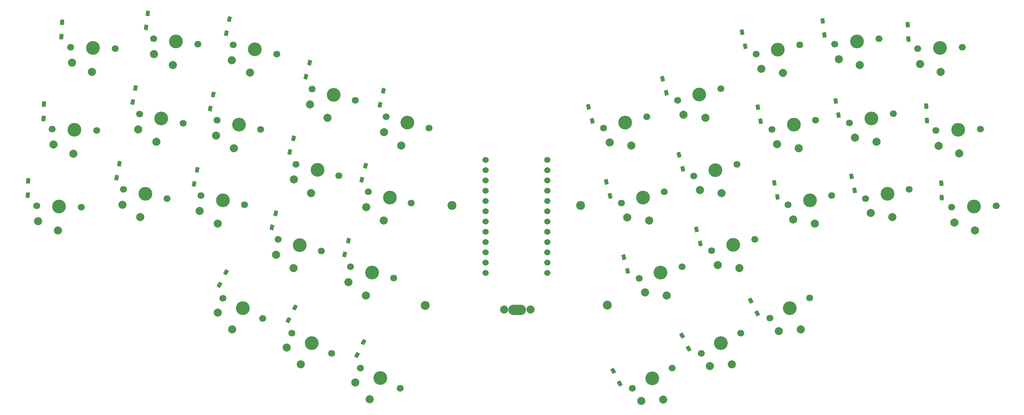
<source format=gbs>
G04 #@! TF.GenerationSoftware,KiCad,Pcbnew,(6.0.6)*
G04 #@! TF.CreationDate,2022-07-31T21:57:04+09:00*
G04 #@! TF.ProjectId,nowt36lp,6e6f7774-3336-46c7-902e-6b696361645f,rev?*
G04 #@! TF.SameCoordinates,Original*
G04 #@! TF.FileFunction,Soldermask,Bot*
G04 #@! TF.FilePolarity,Negative*
%FSLAX46Y46*%
G04 Gerber Fmt 4.6, Leading zero omitted, Abs format (unit mm)*
G04 Created by KiCad (PCBNEW (6.0.6)) date 2022-07-31 21:57:04*
%MOMM*%
%LPD*%
G01*
G04 APERTURE LIST*
G04 Aperture macros list*
%AMRotRect*
0 Rectangle, with rotation*
0 The origin of the aperture is its center*
0 $1 length*
0 $2 width*
0 $3 Rotation angle, in degrees counterclockwise*
0 Add horizontal line*
21,1,$1,$2,0,0,$3*%
G04 Aperture macros list end*
%ADD10C,3.400000*%
%ADD11C,1.700000*%
%ADD12C,2.000000*%
%ADD13RotRect,1.300000X0.950000X255.000000*%
%ADD14RotRect,1.300000X0.950000X272.000000*%
%ADD15RotRect,1.300000X0.950000X258.000000*%
%ADD16RotRect,1.300000X0.950000X243.000000*%
%ADD17RotRect,1.300000X0.950000X277.000000*%
%ADD18C,2.200000*%
%ADD19RotRect,1.300000X0.950000X268.000000*%
%ADD20RotRect,1.300000X0.950000X297.000000*%
%ADD21RotRect,1.300000X0.950000X285.000000*%
%ADD22RotRect,1.300000X0.950000X282.000000*%
%ADD23C,1.524000*%
%ADD24RotRect,1.300000X0.950000X263.000000*%
%ADD25O,4.350000X2.570000*%
G04 APERTURE END LIST*
D10*
X130962400Y-65659000D03*
D11*
X125649808Y-64235495D03*
X136274992Y-67082505D03*
D12*
X129435368Y-71357962D03*
X125149258Y-68035423D03*
D13*
X125049404Y-57825482D03*
X124130596Y-61254518D03*
D11*
X107412608Y-57377495D03*
X118037792Y-60224505D03*
D10*
X112725200Y-58801000D03*
D12*
X111198168Y-64499962D03*
X106912058Y-61177423D03*
D11*
X71597612Y-84480914D03*
D10*
X66217800Y-83337400D03*
D11*
X60837988Y-82193886D03*
D12*
X64991121Y-89108471D03*
X60536998Y-86014802D03*
D11*
X254807812Y-82168486D03*
D10*
X249428000Y-83312000D03*
D11*
X244048188Y-84455514D03*
D12*
X250654679Y-89083071D03*
X245327326Y-88068519D03*
D14*
X254468053Y-41486081D03*
X254591947Y-45033919D03*
D11*
X198758992Y-101344895D03*
D10*
X193446400Y-102768400D03*
D11*
X188133808Y-104191905D03*
D12*
X194973432Y-108467362D03*
X189600283Y-107733013D03*
D11*
X131906192Y-85624505D03*
X121281008Y-82777495D03*
D10*
X126593600Y-84201000D03*
D12*
X125066568Y-89899962D03*
X120780458Y-86577423D03*
D13*
X102820000Y-69560000D03*
X101901192Y-72989036D03*
D15*
X86989043Y-40103788D03*
X86250957Y-43576212D03*
D11*
X196289536Y-126408052D03*
D10*
X191389000Y-128905000D03*
D11*
X186488464Y-131401948D03*
D12*
X194067544Y-134161938D03*
X188659131Y-134560777D03*
D16*
X103125833Y-111388463D03*
X101514167Y-114551537D03*
D17*
X233483682Y-40538231D03*
X233916318Y-44061769D03*
D13*
X120629404Y-76405482D03*
X119710596Y-79834518D03*
D11*
X116912208Y-101319495D03*
D10*
X122224800Y-102743000D03*
D11*
X127537392Y-104166505D03*
D12*
X120697768Y-108441962D03*
X116411658Y-105119423D03*
D18*
X135370000Y-110890000D03*
D11*
X230249336Y-109085252D03*
X220448264Y-114079148D03*
D10*
X225348800Y-111582200D03*
D12*
X228027344Y-116839138D03*
X222618931Y-117237977D03*
D13*
X106819404Y-50895482D03*
X105900596Y-54324518D03*
D19*
X45671947Y-40926081D03*
X45548053Y-44473919D03*
D20*
X215714167Y-109708463D03*
X217325833Y-112871537D03*
D21*
X202300596Y-92135482D03*
X203219404Y-95564518D03*
D11*
X54213850Y-67679747D03*
D10*
X48717200Y-67487800D03*
D11*
X43220550Y-67295853D03*
D12*
X48511293Y-73384206D03*
X43587628Y-71110988D03*
D21*
X184380596Y-98955482D03*
X185299404Y-102384518D03*
D20*
X198714167Y-118388463D03*
X200325833Y-121551537D03*
D11*
X75560012Y-65837314D03*
D10*
X70180200Y-64693800D03*
D11*
X64800388Y-63550286D03*
D12*
X68953521Y-70464871D03*
X64499398Y-67371202D03*
D11*
X94711612Y-67386714D03*
D10*
X89331800Y-66243200D03*
D11*
X83951988Y-65099686D03*
D12*
X88105121Y-72014271D03*
X83650998Y-68920602D03*
D10*
X184708800Y-65659000D03*
D11*
X179396208Y-67082505D03*
X190021392Y-64235495D03*
D12*
X186235832Y-71357962D03*
X180862683Y-70623613D03*
D10*
X266928600Y-67462400D03*
D11*
X272425250Y-67270453D03*
X261431950Y-67654347D03*
D12*
X267134507Y-73358806D03*
X262064264Y-71434583D03*
D16*
X86135833Y-102708463D03*
X84524167Y-105871537D03*
D11*
X203455664Y-122740548D03*
X213256736Y-117746652D03*
D10*
X208356200Y-120243600D03*
D12*
X211034744Y-125500538D03*
X205626331Y-125899377D03*
D11*
X216695692Y-94539395D03*
X206070508Y-97386405D03*
D10*
X211383100Y-95962900D03*
D12*
X212910132Y-101661862D03*
X207536983Y-100927513D03*
D21*
X175650596Y-61825482D03*
X176569404Y-65254518D03*
D14*
X259058053Y-61656081D03*
X259181947Y-65203919D03*
D11*
X79964188Y-83743286D03*
X90723812Y-86030314D03*
D10*
X85344000Y-84886800D03*
D12*
X84117321Y-90657871D03*
X79663198Y-87564202D03*
D21*
X197970596Y-73675482D03*
X198889404Y-77104518D03*
D22*
X240590957Y-79003788D03*
X241329043Y-82476212D03*
D13*
X98440000Y-88160000D03*
X97521192Y-91589036D03*
D11*
X47767150Y-47052053D03*
D10*
X53263800Y-47244000D03*
D11*
X58760450Y-47435947D03*
D12*
X53057893Y-53140406D03*
X48134228Y-50867188D03*
D19*
X41191947Y-61166081D03*
X41068053Y-64713919D03*
D11*
X217022588Y-48768514D03*
X227782212Y-46481486D03*
D10*
X222402400Y-47625000D03*
D12*
X223629079Y-53396071D03*
X218301726Y-52381519D03*
D11*
X109655792Y-97410105D03*
D10*
X104343200Y-95986600D03*
D11*
X99030608Y-94563095D03*
D12*
X102816168Y-101685562D03*
X98530058Y-98363023D03*
D18*
X141970000Y-86200000D03*
D10*
X73761600Y-45643800D03*
D11*
X79220604Y-46314081D03*
X68302596Y-44973519D03*
D12*
X73042571Y-51499822D03*
X68335766Y-48806129D03*
D19*
X37300000Y-80120000D03*
X37176106Y-83667838D03*
D11*
X98674012Y-48743114D03*
D10*
X93294200Y-47599600D03*
D11*
X87914388Y-46456086D03*
D12*
X92067521Y-53370671D03*
X87613398Y-50277002D03*
D22*
X236660957Y-60373788D03*
X237399043Y-63846212D03*
D11*
X247368604Y-44948119D03*
X236450596Y-46288681D03*
D10*
X241909600Y-45618400D03*
D12*
X242628629Y-51474422D03*
X237409973Y-49999422D03*
D10*
X245491000Y-64668400D03*
D11*
X250870812Y-63524886D03*
X240111188Y-65811914D03*
D12*
X246717679Y-70439471D03*
X241390326Y-69424919D03*
D11*
X276311450Y-86244253D03*
X265318150Y-86628147D03*
D10*
X270814800Y-86436200D03*
D12*
X271020707Y-92332606D03*
X265950464Y-90408383D03*
D10*
X226339400Y-66243200D03*
D11*
X231719212Y-65099686D03*
X220959588Y-67386714D03*
D12*
X227566079Y-72014271D03*
X222238726Y-70999719D03*
D16*
X120085833Y-119988463D03*
X118474167Y-123151537D03*
D10*
X90322400Y-111607600D03*
D11*
X85421864Y-109110652D03*
X95222936Y-114104548D03*
D12*
X87643856Y-116864538D03*
X84142203Y-112723472D03*
D15*
X82989043Y-58733788D03*
X82250957Y-62206212D03*
D22*
X217440957Y-61923788D03*
X218179043Y-65396212D03*
D18*
X173690000Y-86200000D03*
D21*
X180030596Y-80355482D03*
X180949404Y-83784518D03*
D10*
X44881800Y-86436200D03*
D11*
X39385150Y-86244253D03*
X50378450Y-86628147D03*
D12*
X44675893Y-92332606D03*
X39752228Y-90059388D03*
D23*
X165472400Y-74927000D03*
X165472400Y-77467000D03*
X165472400Y-80007000D03*
X165472400Y-82547000D03*
X165472400Y-85087000D03*
X165472400Y-87627000D03*
X165472400Y-90167000D03*
X165472400Y-92707000D03*
X165472400Y-95247000D03*
X165472400Y-97787000D03*
X165472400Y-100327000D03*
X165472400Y-102867000D03*
X150252400Y-102867000D03*
X150252400Y-100327000D03*
X150252400Y-97787000D03*
X150252400Y-95247000D03*
X150252400Y-92707000D03*
X150252400Y-90167000D03*
X150252400Y-87627000D03*
X150252400Y-85087000D03*
X150252400Y-82547000D03*
X150252400Y-80007000D03*
X150252400Y-77467000D03*
X150252400Y-74927000D03*
D11*
X267904050Y-47052053D03*
X256910750Y-47435947D03*
D10*
X262407400Y-47244000D03*
D12*
X262613307Y-53140406D03*
X257543064Y-51216183D03*
D22*
X221540957Y-80613788D03*
X222279043Y-84086212D03*
D24*
X66826318Y-38658231D03*
X66393682Y-42181769D03*
D25*
X158035000Y-112005000D03*
D12*
X154850000Y-111950000D03*
X161350000Y-111950000D03*
D20*
X181720000Y-127070000D03*
X183331666Y-130233074D03*
D22*
X213610957Y-43333788D03*
X214349043Y-46806212D03*
D15*
X63830000Y-57140000D03*
X63091914Y-60612424D03*
D11*
X197658808Y-60199105D03*
D10*
X202971400Y-58775600D03*
D11*
X208283992Y-57352095D03*
D12*
X204498432Y-64474562D03*
X199125283Y-63740213D03*
D15*
X79039043Y-77353788D03*
X78300957Y-80826212D03*
D21*
X193930596Y-54875482D03*
X194849404Y-58304518D03*
D11*
X112215536Y-122740548D03*
D10*
X107315000Y-120243600D03*
D11*
X102414464Y-117746652D03*
D12*
X104636456Y-125500538D03*
X101134803Y-121359472D03*
D10*
X206984600Y-77444600D03*
D11*
X201672008Y-78868105D03*
X212297192Y-76021095D03*
D12*
X208511632Y-83143562D03*
X203138483Y-82409213D03*
D15*
X59850000Y-75840000D03*
X59111914Y-79312424D03*
D13*
X116339404Y-94885482D03*
X115420596Y-98314518D03*
D11*
X119362664Y-126387752D03*
X129163736Y-131381648D03*
D10*
X124263200Y-128884700D03*
D12*
X121584656Y-134141638D03*
X118083003Y-130000572D03*
D10*
X230327200Y-84886800D03*
D11*
X224947388Y-86030314D03*
X235707012Y-83743286D03*
D12*
X231553879Y-90657871D03*
X226226526Y-89643319D03*
D10*
X189077600Y-84201000D03*
D11*
X183765008Y-85624505D03*
X194390192Y-82777495D03*
D12*
X190604632Y-89899962D03*
X185231483Y-89165613D03*
D14*
X262738053Y-80716081D03*
X262861947Y-84263919D03*
D18*
X180280000Y-110850000D03*
D11*
X114024592Y-78842705D03*
X103399408Y-75995695D03*
D10*
X108712000Y-77419200D03*
D12*
X107184968Y-83118162D03*
X102898858Y-79795623D03*
M02*

</source>
